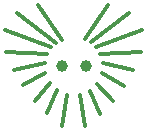
<source format=gts>
G04*
G04 #@! TF.GenerationSoftware,Altium Limited,Altium Designer,18.1.7 (191)*
G04*
G04 Layer_Color=8388736*
%FSAX25Y25*%
%MOIN*%
G70*
G01*
G75*
%ADD13C,0.01181*%
%ADD14C,0.03937*%
D13*
X0395382Y0281772D02*
X0403182Y0293209D01*
X0397479Y0280617D02*
X0410269Y0290281D01*
X0399147Y0279060D02*
X0414501Y0284867D01*
X0400525Y0276599D02*
X0414206Y0277288D01*
X0401312Y0273844D02*
X0411549Y0271383D01*
X0401280Y0270442D02*
X0408596Y0266166D01*
X0399541Y0266855D02*
X0404659Y0260950D01*
X0396982Y0264395D02*
X0400547Y0256878D01*
X0393702Y0262913D02*
X0395407Y0252682D01*
X0387697Y0252781D02*
X0389402Y0263012D01*
X0382655Y0257075D02*
X0386221Y0264592D01*
X0378642Y0261147D02*
X0383760Y0267052D01*
X0374705Y0266265D02*
X0382020Y0270540D01*
X0371850Y0271383D02*
X0382087Y0273844D01*
X0369193Y0277288D02*
X0382874Y0276599D01*
X0368898Y0284769D02*
X0384252Y0278962D01*
X0372835Y0290281D02*
X0385902Y0280407D01*
X0379921Y0293209D02*
X0387894Y0281521D01*
D14*
X0395768Y0272564D02*
D03*
X0387697D02*
D03*
M02*

</source>
